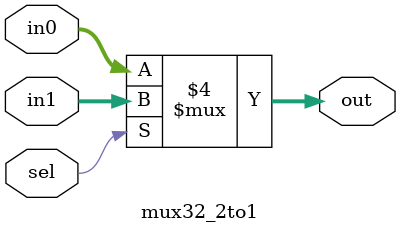
<source format=v>
module mux32_2to1 (out, in0, in1, sel);
	output reg  [31:0] out;
	input [31:0] in0;
	input [31:0] in1;
	input sel;

  	always @(sel)
    begin
      if (sel == 0)
			out = in0;
      else
			out = in1;
    end
endmodule 
</source>
